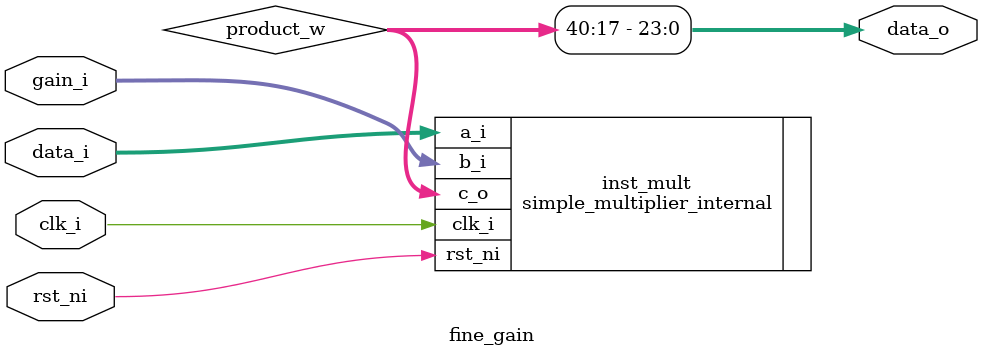
<source format=v>
`timescale 1ns / 1ps


module fine_gain #(
    parameter DATA_WIDTH = 24,
    parameter GAIN_WIDTH = 18
) (
    input clk_i,
    input rst_ni,
    
    input signed [DATA_WIDTH-1:0] data_i,
    input signed [GAIN_WIDTH-1:0] gain_i,
    
    output [DATA_WIDTH-1:0] data_o
    );

// declare wires
wire signed [DATA_WIDTH+GAIN_WIDTH-1:0] product_w;

assign data_o = product_w[DATA_WIDTH+GAIN_WIDTH-1:GAIN_WIDTH-1];

// declare sub-modules
simple_multiplier_internal #(
    .WIDTH_A(DATA_WIDTH),
    .WIDTH_B(GAIN_WIDTH)
) inst_mult (
    .clk_i(clk_i),
    .rst_ni(rst_ni),
    .a_i(data_i),
    .b_i(gain_i),
    .c_o(product_w)
);
    
    
endmodule

</source>
